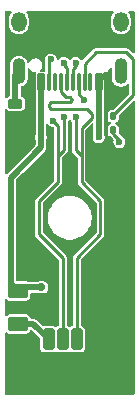
<source format=gtl>
G04 #@! TF.GenerationSoftware,KiCad,Pcbnew,9.0.1*
G04 #@! TF.CreationDate,2025-10-23T20:38:35-06:00*
G04 #@! TF.ProjectId,usbport,75736270-6f72-4742-9e6b-696361645f70,rev?*
G04 #@! TF.SameCoordinates,Original*
G04 #@! TF.FileFunction,Copper,L1,Top*
G04 #@! TF.FilePolarity,Positive*
%FSLAX46Y46*%
G04 Gerber Fmt 4.6, Leading zero omitted, Abs format (unit mm)*
G04 Created by KiCad (PCBNEW 9.0.1) date 2025-10-23 20:38:35*
%MOMM*%
%LPD*%
G01*
G04 APERTURE LIST*
G04 Aperture macros list*
%AMRoundRect*
0 Rectangle with rounded corners*
0 $1 Rounding radius*
0 $2 $3 $4 $5 $6 $7 $8 $9 X,Y pos of 4 corners*
0 Add a 4 corners polygon primitive as box body*
4,1,4,$2,$3,$4,$5,$6,$7,$8,$9,$2,$3,0*
0 Add four circle primitives for the rounded corners*
1,1,$1+$1,$2,$3*
1,1,$1+$1,$4,$5*
1,1,$1+$1,$6,$7*
1,1,$1+$1,$8,$9*
0 Add four rect primitives between the rounded corners*
20,1,$1+$1,$2,$3,$4,$5,0*
20,1,$1+$1,$4,$5,$6,$7,0*
20,1,$1+$1,$6,$7,$8,$9,0*
20,1,$1+$1,$8,$9,$2,$3,0*%
G04 Aperture macros list end*
G04 #@! TA.AperFunction,SMDPad,CuDef*
%ADD10RoundRect,0.166667X-0.333333X-0.733333X0.333333X-0.733333X0.333333X0.733333X-0.333333X0.733333X0*%
G04 #@! TD*
G04 #@! TA.AperFunction,ComponentPad*
%ADD11C,0.600000*%
G04 #@! TD*
G04 #@! TA.AperFunction,SMDPad,CuDef*
%ADD12RoundRect,0.100000X-0.625000X-0.900000X0.625000X-0.900000X0.625000X0.900000X-0.625000X0.900000X0*%
G04 #@! TD*
G04 #@! TA.AperFunction,SMDPad,CuDef*
%ADD13RoundRect,0.250000X-0.625000X0.375000X-0.625000X-0.375000X0.625000X-0.375000X0.625000X0.375000X0*%
G04 #@! TD*
G04 #@! TA.AperFunction,SMDPad,CuDef*
%ADD14RoundRect,0.135000X0.135000X0.185000X-0.135000X0.185000X-0.135000X-0.185000X0.135000X-0.185000X0*%
G04 #@! TD*
G04 #@! TA.AperFunction,SMDPad,CuDef*
%ADD15RoundRect,0.150000X0.200000X-0.150000X0.200000X0.150000X-0.200000X0.150000X-0.200000X-0.150000X0*%
G04 #@! TD*
G04 #@! TA.AperFunction,SMDPad,CuDef*
%ADD16RoundRect,0.135000X-0.135000X-0.185000X0.135000X-0.185000X0.135000X0.185000X-0.135000X0.185000X0*%
G04 #@! TD*
G04 #@! TA.AperFunction,SMDPad,CuDef*
%ADD17RoundRect,0.218750X-0.381250X0.218750X-0.381250X-0.218750X0.381250X-0.218750X0.381250X0.218750X0*%
G04 #@! TD*
G04 #@! TA.AperFunction,SMDPad,CuDef*
%ADD18RoundRect,0.125000X-0.000010X-0.150000X0.000010X-0.150000X0.000010X0.150000X-0.000010X0.150000X0*%
G04 #@! TD*
G04 #@! TA.AperFunction,SMDPad,CuDef*
%ADD19R,0.250000X0.550000*%
G04 #@! TD*
G04 #@! TA.AperFunction,SMDPad,CuDef*
%ADD20R,0.300000X0.550000*%
G04 #@! TD*
G04 #@! TA.AperFunction,SMDPad,CuDef*
%ADD21RoundRect,0.060000X0.240000X0.665000X-0.240000X0.665000X-0.240000X-0.665000X0.240000X-0.665000X0*%
G04 #@! TD*
G04 #@! TA.AperFunction,SMDPad,CuDef*
%ADD22RoundRect,0.060000X0.090000X0.665000X-0.090000X0.665000X-0.090000X-0.665000X0.090000X-0.665000X0*%
G04 #@! TD*
G04 #@! TA.AperFunction,ComponentPad*
%ADD23O,1.100000X2.200000*%
G04 #@! TD*
G04 #@! TA.AperFunction,ComponentPad*
%ADD24O,1.300000X1.700000*%
G04 #@! TD*
G04 #@! TA.AperFunction,ViaPad*
%ADD25C,0.600000*%
G04 #@! TD*
G04 #@! TA.AperFunction,Conductor*
%ADD26C,0.250000*%
G04 #@! TD*
G04 #@! TA.AperFunction,Conductor*
%ADD27C,0.500000*%
G04 #@! TD*
G04 APERTURE END LIST*
D10*
X90200000Y-101300000D03*
X91400000Y-101300000D03*
X92600000Y-101300000D03*
X93800000Y-101300000D03*
D11*
X89000000Y-104300000D03*
D12*
X89425000Y-105000000D03*
D11*
X89800000Y-104300000D03*
X89800000Y-105000000D03*
X89800000Y-105700000D03*
X94200000Y-104300000D03*
X94200000Y-105000000D03*
X94200000Y-105700000D03*
D12*
X94575000Y-105000000D03*
D11*
X94950000Y-104300000D03*
D13*
X87600000Y-97200000D03*
X87600000Y-100000000D03*
D14*
X96710000Y-82400000D03*
X95690000Y-82400000D03*
D15*
X89600000Y-96900000D03*
X89600000Y-98300000D03*
D16*
X95690000Y-83600000D03*
X96710000Y-83600000D03*
D17*
X87400000Y-81337500D03*
X87400000Y-83462500D03*
D18*
X91000000Y-84585000D03*
D19*
X91500000Y-84585000D03*
D20*
X92000000Y-84585000D03*
D19*
X92500000Y-84585000D03*
X93000000Y-84585000D03*
X93000000Y-83815000D03*
X92500000Y-83815000D03*
D20*
X92000000Y-83815000D03*
D19*
X91500000Y-83815000D03*
X91000000Y-83815000D03*
D21*
X95225000Y-79532500D03*
X94450000Y-79532500D03*
D22*
X93250000Y-79532500D03*
X92250000Y-79532500D03*
X91750000Y-79532500D03*
X90750000Y-79532500D03*
D21*
X88775000Y-79532500D03*
X89550000Y-79532500D03*
D22*
X90250000Y-79532500D03*
X91250000Y-79532500D03*
X92750000Y-79532500D03*
X93750000Y-79532500D03*
D23*
X96320000Y-78617500D03*
D24*
X96320000Y-74437500D03*
D23*
X87680000Y-78617500D03*
D24*
X87680000Y-74437500D03*
D25*
X92000000Y-74600000D03*
X92000000Y-85800000D03*
X90400000Y-99400000D03*
X95200000Y-81000000D03*
X89600000Y-86800000D03*
X94400000Y-86800000D03*
X88800000Y-81000000D03*
X87400000Y-84800000D03*
X90600000Y-82800000D03*
X91500000Y-82500000D03*
X93200000Y-81000000D03*
X91500000Y-77900000D03*
X92500000Y-82500000D03*
X92500000Y-77900000D03*
X89550000Y-84200000D03*
X94450000Y-84200000D03*
X96200000Y-84600000D03*
X90400000Y-77600000D03*
D26*
X90400000Y-81200000D02*
X92000000Y-81200000D01*
X90200000Y-81400000D02*
X90400000Y-81200000D01*
X92000000Y-81200000D02*
X92200000Y-81000000D01*
X90200000Y-81600000D02*
X90200000Y-81400000D01*
X93000000Y-83815000D02*
X93000000Y-83400000D01*
X90400000Y-81800000D02*
X90200000Y-81600000D01*
X92200000Y-81000000D02*
X92000000Y-80800000D01*
X93874000Y-82203168D02*
X93470832Y-81800000D01*
X93470832Y-81800000D02*
X90400000Y-81800000D01*
X93874000Y-82526000D02*
X93874000Y-82203168D01*
X91666952Y-80800000D02*
X91226000Y-80359048D01*
X93000000Y-83400000D02*
X93874000Y-82526000D01*
X92000000Y-80800000D02*
X91666952Y-80800000D01*
X91226000Y-80359048D02*
X91226000Y-80174000D01*
X91226000Y-80174000D02*
X91250000Y-80150000D01*
X91250000Y-80150000D02*
X91250000Y-79532500D01*
D27*
X88900000Y-100000000D02*
X90200000Y-101300000D01*
X87600000Y-100000000D02*
X88900000Y-100000000D01*
D26*
X92000000Y-84585000D02*
X92000000Y-85800000D01*
X92000000Y-83815000D02*
X92000000Y-84585000D01*
X91400000Y-94400000D02*
X91400000Y-101300000D01*
X93200000Y-81000000D02*
X92750000Y-80550000D01*
X91000000Y-83200000D02*
X91000000Y-83815000D01*
X92750000Y-80550000D02*
X92750000Y-79532500D01*
X91500000Y-85300000D02*
X91500000Y-84200000D01*
X91750000Y-78325000D02*
X91750000Y-79532500D01*
X89400000Y-92400000D02*
X91400000Y-94400000D01*
X91000000Y-83815000D02*
X91000000Y-85800000D01*
X91000000Y-85800000D02*
X91000000Y-88000000D01*
X90600000Y-82800000D02*
X91000000Y-83200000D01*
X91000000Y-85800000D02*
X91500000Y-85300000D01*
X91500000Y-78075000D02*
X91750000Y-78325000D01*
X91500000Y-83815000D02*
X91500000Y-84200000D01*
X91500000Y-83815000D02*
X91500000Y-82500000D01*
X91000000Y-88000000D02*
X89400000Y-89600000D01*
X89400000Y-89600000D02*
X89400000Y-92400000D01*
X91000000Y-83815000D02*
X91000000Y-84585000D01*
X91500000Y-77900000D02*
X91500000Y-78075000D01*
X91500000Y-84200000D02*
X91500000Y-84585000D01*
X92500000Y-83815000D02*
X92500000Y-84585000D01*
X93000000Y-85800000D02*
X93000000Y-88000000D01*
X92500000Y-77900000D02*
X92500000Y-78125003D01*
X93000000Y-83815000D02*
X93000000Y-85800000D01*
X93000000Y-85800000D02*
X92500000Y-85300000D01*
X94600000Y-92400000D02*
X92600000Y-94400000D01*
X94600000Y-89600000D02*
X94600000Y-92400000D01*
X93000000Y-83815000D02*
X93000000Y-84585000D01*
X92600000Y-94400000D02*
X92600000Y-101300000D01*
X92500000Y-83815000D02*
X92500000Y-82500000D01*
X92250000Y-78375003D02*
X92250000Y-79532500D01*
X93000000Y-88000000D02*
X94600000Y-89600000D01*
X92500000Y-78125003D02*
X92250000Y-78375003D01*
X92500000Y-85300000D02*
X92500000Y-84585000D01*
D27*
X89550000Y-84200000D02*
X89550000Y-85050000D01*
X87000000Y-87600000D02*
X87000000Y-96600000D01*
X87900000Y-96900000D02*
X87600000Y-97200000D01*
X94450000Y-84200000D02*
X94450000Y-79532500D01*
X87000000Y-96600000D02*
X87600000Y-97200000D01*
X89550000Y-85050000D02*
X87000000Y-87600000D01*
X89600000Y-96900000D02*
X87900000Y-96900000D01*
X89550000Y-79532500D02*
X89550000Y-84200000D01*
X87400000Y-81337500D02*
X87400000Y-78897500D01*
X87400000Y-78897500D02*
X87680000Y-78617500D01*
D26*
X97374000Y-80626000D02*
X95690000Y-82310000D01*
X95690000Y-82310000D02*
X95690000Y-82400000D01*
X93250000Y-77950000D02*
X94200000Y-77000000D01*
X94200000Y-77000000D02*
X96800000Y-77000000D01*
X93250000Y-79532500D02*
X93250000Y-77950000D01*
X97374000Y-77574000D02*
X97374000Y-80626000D01*
X96800000Y-77000000D02*
X97374000Y-77574000D01*
X96200000Y-84400000D02*
X95690000Y-83890000D01*
X90250000Y-79532500D02*
X90250000Y-77750000D01*
X95690000Y-83890000D02*
X95690000Y-83600000D01*
X90250000Y-77750000D02*
X90400000Y-77600000D01*
X96200000Y-84600000D02*
X96200000Y-84400000D01*
G04 #@! TA.AperFunction,Conductor*
G36*
X95544071Y-78364801D02*
G01*
X95568958Y-78420697D01*
X95569500Y-78431045D01*
X95569500Y-79241418D01*
X95598342Y-79386414D01*
X95634287Y-79473192D01*
X95654916Y-79522995D01*
X95737049Y-79645916D01*
X95841584Y-79750451D01*
X95964505Y-79832584D01*
X96101087Y-79889158D01*
X96246082Y-79918000D01*
X96246083Y-79918000D01*
X96393917Y-79918000D01*
X96393918Y-79918000D01*
X96538913Y-79889158D01*
X96675495Y-79832584D01*
X96798416Y-79750451D01*
X96879498Y-79669368D01*
X96934013Y-79641593D01*
X96994445Y-79651164D01*
X97037710Y-79694429D01*
X97048500Y-79739374D01*
X97048500Y-80450165D01*
X97029593Y-80508356D01*
X97019504Y-80520169D01*
X95689169Y-81850504D01*
X95634652Y-81878281D01*
X95619165Y-81879500D01*
X95515684Y-81879500D01*
X95499398Y-81881644D01*
X95466825Y-81885932D01*
X95466824Y-81885932D01*
X95359598Y-81935933D01*
X95275933Y-82019598D01*
X95225932Y-82126824D01*
X95225932Y-82126825D01*
X95219500Y-82175685D01*
X95219500Y-82624314D01*
X95225932Y-82673174D01*
X95225932Y-82673175D01*
X95275933Y-82780401D01*
X95275934Y-82780402D01*
X95275935Y-82780404D01*
X95359596Y-82864065D01*
X95359597Y-82864065D01*
X95359598Y-82864066D01*
X95458694Y-82910276D01*
X95503442Y-82952004D01*
X95515117Y-83012065D01*
X95489259Y-83067518D01*
X95458694Y-83089724D01*
X95359598Y-83135933D01*
X95275933Y-83219598D01*
X95225932Y-83326824D01*
X95225932Y-83326825D01*
X95219500Y-83375685D01*
X95219500Y-83824314D01*
X95225932Y-83873174D01*
X95225932Y-83873175D01*
X95275933Y-83980401D01*
X95275934Y-83980402D01*
X95275935Y-83980404D01*
X95359596Y-84064065D01*
X95426487Y-84095257D01*
X95454648Y-84114975D01*
X95695913Y-84356240D01*
X95723690Y-84410757D01*
X95721536Y-84451866D01*
X95699500Y-84534108D01*
X95699500Y-84665892D01*
X95708773Y-84700500D01*
X95733609Y-84793190D01*
X95799496Y-84907309D01*
X95799498Y-84907311D01*
X95799500Y-84907314D01*
X95892686Y-85000500D01*
X95892688Y-85000501D01*
X95892690Y-85000503D01*
X96006810Y-85066390D01*
X96006808Y-85066390D01*
X96006812Y-85066391D01*
X96006814Y-85066392D01*
X96134108Y-85100500D01*
X96134110Y-85100500D01*
X96265890Y-85100500D01*
X96265892Y-85100500D01*
X96393186Y-85066392D01*
X96393188Y-85066390D01*
X96393190Y-85066390D01*
X96507309Y-85000503D01*
X96507309Y-85000502D01*
X96507314Y-85000500D01*
X96600500Y-84907314D01*
X96609115Y-84892392D01*
X96666390Y-84793190D01*
X96666390Y-84793188D01*
X96666392Y-84793186D01*
X96700500Y-84665892D01*
X96700500Y-84534108D01*
X96666392Y-84406814D01*
X96666390Y-84406811D01*
X96666390Y-84406809D01*
X96600503Y-84292690D01*
X96600501Y-84292688D01*
X96600500Y-84292686D01*
X96507314Y-84199500D01*
X96406244Y-84141147D01*
X96385744Y-84125417D01*
X96186196Y-83925869D01*
X96158419Y-83871352D01*
X96158047Y-83842948D01*
X96160500Y-83824316D01*
X96160500Y-83375684D01*
X96154068Y-83326827D01*
X96141791Y-83300500D01*
X96104066Y-83219598D01*
X96104065Y-83219597D01*
X96104065Y-83219596D01*
X96020404Y-83135935D01*
X95921302Y-83089723D01*
X95876557Y-83047996D01*
X95864882Y-82987935D01*
X95890740Y-82932482D01*
X95921301Y-82910277D01*
X96020404Y-82864065D01*
X96104065Y-82780404D01*
X96154068Y-82673173D01*
X96160500Y-82624316D01*
X96160500Y-82340834D01*
X96179407Y-82282643D01*
X96189496Y-82270830D01*
X97330496Y-81129830D01*
X97385013Y-81102053D01*
X97445445Y-81111624D01*
X97488710Y-81154889D01*
X97499500Y-81199834D01*
X97499500Y-105900500D01*
X97480593Y-105958691D01*
X97431093Y-105994655D01*
X97400500Y-105999500D01*
X86599500Y-105999500D01*
X86541309Y-105980593D01*
X86505345Y-105931093D01*
X86500500Y-105900500D01*
X86500500Y-100780818D01*
X86519407Y-100722627D01*
X86568907Y-100686663D01*
X86630093Y-100686663D01*
X86658283Y-100701160D01*
X86762118Y-100777793D01*
X86890301Y-100822646D01*
X86920725Y-100825499D01*
X86920727Y-100825500D01*
X86920734Y-100825500D01*
X88279273Y-100825500D01*
X88279273Y-100825499D01*
X88309699Y-100822646D01*
X88437882Y-100777793D01*
X88547150Y-100697150D01*
X88627793Y-100587882D01*
X88633555Y-100571413D01*
X88670616Y-100522734D01*
X88729216Y-100505135D01*
X88786969Y-100525340D01*
X88797003Y-100534106D01*
X89470504Y-101207607D01*
X89498281Y-101262124D01*
X89499500Y-101277611D01*
X89499500Y-102068180D01*
X89509898Y-102139548D01*
X89563717Y-102249635D01*
X89650365Y-102336283D01*
X89760452Y-102390102D01*
X89831820Y-102400500D01*
X89831823Y-102400500D01*
X90568176Y-102400500D01*
X90568180Y-102400500D01*
X90639548Y-102390102D01*
X90645314Y-102387282D01*
X90756519Y-102332918D01*
X90817101Y-102324346D01*
X90843481Y-102332918D01*
X90960450Y-102390101D01*
X90960452Y-102390102D01*
X91031820Y-102400500D01*
X91031823Y-102400500D01*
X91768176Y-102400500D01*
X91768180Y-102400500D01*
X91839548Y-102390102D01*
X91845314Y-102387282D01*
X91956519Y-102332918D01*
X92017101Y-102324346D01*
X92043481Y-102332918D01*
X92160450Y-102390101D01*
X92160452Y-102390102D01*
X92231820Y-102400500D01*
X92231823Y-102400500D01*
X92968176Y-102400500D01*
X92968180Y-102400500D01*
X93039548Y-102390102D01*
X93149635Y-102336283D01*
X93236283Y-102249635D01*
X93290102Y-102139548D01*
X93300500Y-102068180D01*
X93300500Y-100531820D01*
X93290102Y-100460452D01*
X93236283Y-100350365D01*
X93149635Y-100263717D01*
X93039548Y-100209898D01*
X93010225Y-100205625D01*
X92955369Y-100178526D01*
X92926918Y-100124357D01*
X92925500Y-100107660D01*
X92925500Y-94575834D01*
X92944407Y-94517643D01*
X92954490Y-94505836D01*
X94860465Y-92599862D01*
X94903318Y-92525639D01*
X94925500Y-92442853D01*
X94925500Y-92357147D01*
X94925500Y-89650840D01*
X94925501Y-89650827D01*
X94925501Y-89557149D01*
X94925501Y-89557147D01*
X94903318Y-89474361D01*
X94893909Y-89458064D01*
X94886118Y-89444570D01*
X94886116Y-89444567D01*
X94881891Y-89437250D01*
X94860465Y-89400138D01*
X94799862Y-89339535D01*
X94799859Y-89339533D01*
X93354496Y-87894169D01*
X93326719Y-87839652D01*
X93325500Y-87824165D01*
X93325500Y-83575834D01*
X93344407Y-83517643D01*
X93354496Y-83505830D01*
X93830496Y-83029830D01*
X93885013Y-83002053D01*
X93945445Y-83011624D01*
X93988710Y-83054889D01*
X93999500Y-83099834D01*
X93999500Y-83952761D01*
X93986238Y-84002259D01*
X93983608Y-84006813D01*
X93983608Y-84006814D01*
X93949500Y-84134108D01*
X93949500Y-84265892D01*
X93979579Y-84378151D01*
X93983609Y-84393190D01*
X94049496Y-84507309D01*
X94049498Y-84507311D01*
X94049500Y-84507314D01*
X94142686Y-84600500D01*
X94142688Y-84600501D01*
X94142690Y-84600503D01*
X94256810Y-84666390D01*
X94256808Y-84666390D01*
X94256812Y-84666391D01*
X94256814Y-84666392D01*
X94384108Y-84700500D01*
X94384110Y-84700500D01*
X94515890Y-84700500D01*
X94515892Y-84700500D01*
X94643186Y-84666392D01*
X94643188Y-84666390D01*
X94643190Y-84666390D01*
X94757309Y-84600503D01*
X94757309Y-84600502D01*
X94757314Y-84600500D01*
X94850500Y-84507314D01*
X94885185Y-84447238D01*
X94916390Y-84393190D01*
X94916390Y-84393188D01*
X94916392Y-84393186D01*
X94950500Y-84265892D01*
X94950500Y-84134108D01*
X94916392Y-84006814D01*
X94913761Y-84002258D01*
X94900500Y-83952761D01*
X94900500Y-79473192D01*
X94877248Y-79386414D01*
X94869799Y-79358614D01*
X94863763Y-79348159D01*
X94850500Y-79298660D01*
X94850500Y-78851695D01*
X94850499Y-78851685D01*
X94841187Y-78804875D01*
X94839120Y-78799885D01*
X94834320Y-78738888D01*
X94866289Y-78686719D01*
X94922818Y-78663305D01*
X94930584Y-78663000D01*
X94965764Y-78663000D01*
X94965766Y-78663000D01*
X95112135Y-78623781D01*
X95112137Y-78623779D01*
X95112139Y-78623779D01*
X95243360Y-78548018D01*
X95243360Y-78548017D01*
X95243365Y-78548015D01*
X95350515Y-78440865D01*
X95384764Y-78381543D01*
X95430233Y-78340604D01*
X95491083Y-78334208D01*
X95544071Y-78364801D01*
G37*
G04 #@! TD.AperFunction*
G04 #@! TA.AperFunction,Conductor*
G36*
X90179593Y-83073918D02*
G01*
X90185232Y-83082602D01*
X90199500Y-83107314D01*
X90292686Y-83200500D01*
X90292688Y-83200501D01*
X90292690Y-83200503D01*
X90406810Y-83266390D01*
X90406808Y-83266390D01*
X90406812Y-83266391D01*
X90406814Y-83266392D01*
X90534108Y-83300500D01*
X90575500Y-83300500D01*
X90633691Y-83319407D01*
X90669655Y-83368907D01*
X90674500Y-83399500D01*
X90674500Y-87824165D01*
X90655593Y-87882356D01*
X90645504Y-87894169D01*
X89139531Y-89400142D01*
X89096682Y-89474360D01*
X89096681Y-89474360D01*
X89096682Y-89474361D01*
X89096682Y-89474362D01*
X89074500Y-89557147D01*
X89074500Y-92357147D01*
X89074500Y-92442853D01*
X89094062Y-92515863D01*
X89096683Y-92525643D01*
X89139531Y-92599857D01*
X89139533Y-92599859D01*
X89139535Y-92599862D01*
X91045505Y-94505832D01*
X91073281Y-94560347D01*
X91074500Y-94575834D01*
X91074500Y-100107660D01*
X91055593Y-100165851D01*
X91012394Y-100199528D01*
X91001443Y-100203925D01*
X90960452Y-100209898D01*
X90850365Y-100263717D01*
X90848891Y-100265190D01*
X90836894Y-100270009D01*
X90809800Y-100271846D01*
X90782898Y-100275653D01*
X90777853Y-100274014D01*
X90775849Y-100274150D01*
X90773248Y-100272517D01*
X90756520Y-100267082D01*
X90639548Y-100209898D01*
X90568180Y-100199500D01*
X89831820Y-100199500D01*
X89797864Y-100204447D01*
X89737555Y-100194126D01*
X89713588Y-100176485D01*
X89644763Y-100107660D01*
X89176614Y-99639511D01*
X89176611Y-99639509D01*
X89176610Y-99639508D01*
X89176609Y-99639507D01*
X89073890Y-99580202D01*
X89073886Y-99580200D01*
X89049673Y-99573712D01*
X89049673Y-99573713D01*
X88959309Y-99549500D01*
X88959307Y-99549500D01*
X88746109Y-99549500D01*
X88687918Y-99530593D01*
X88652665Y-99483198D01*
X88627792Y-99412116D01*
X88547154Y-99302855D01*
X88547152Y-99302853D01*
X88547150Y-99302850D01*
X88547146Y-99302847D01*
X88547144Y-99302845D01*
X88437883Y-99222207D01*
X88309703Y-99177355D01*
X88309694Y-99177353D01*
X88279274Y-99174500D01*
X88279266Y-99174500D01*
X86920734Y-99174500D01*
X86920725Y-99174500D01*
X86890305Y-99177353D01*
X86890296Y-99177355D01*
X86762116Y-99222207D01*
X86658288Y-99298836D01*
X86600240Y-99318178D01*
X86541910Y-99299707D01*
X86505577Y-99250477D01*
X86500500Y-99219181D01*
X86500500Y-97980818D01*
X86519407Y-97922627D01*
X86568907Y-97886663D01*
X86630093Y-97886663D01*
X86658283Y-97901160D01*
X86762118Y-97977793D01*
X86890301Y-98022646D01*
X86920725Y-98025499D01*
X86920727Y-98025500D01*
X86920734Y-98025500D01*
X88279273Y-98025500D01*
X88279273Y-98025499D01*
X88309699Y-98022646D01*
X88437882Y-97977793D01*
X88547150Y-97897150D01*
X88627793Y-97787882D01*
X88672646Y-97659699D01*
X88675499Y-97629273D01*
X88675500Y-97629273D01*
X88675500Y-97449500D01*
X88694407Y-97391309D01*
X88743907Y-97355345D01*
X88774500Y-97350500D01*
X89193732Y-97350500D01*
X89237212Y-97360559D01*
X89298607Y-97390573D01*
X89366740Y-97400500D01*
X89366743Y-97400500D01*
X89833257Y-97400500D01*
X89833260Y-97400500D01*
X89901393Y-97390573D01*
X90006483Y-97339198D01*
X90089198Y-97256483D01*
X90140573Y-97151393D01*
X90150500Y-97083260D01*
X90150500Y-96716740D01*
X90140573Y-96648607D01*
X90089198Y-96543517D01*
X90006483Y-96460802D01*
X90006481Y-96460801D01*
X89901395Y-96409427D01*
X89874139Y-96405456D01*
X89833260Y-96399500D01*
X89366740Y-96399500D01*
X89298607Y-96409427D01*
X89237212Y-96439441D01*
X89193732Y-96449500D01*
X88507440Y-96449500D01*
X88449249Y-96430593D01*
X88448652Y-96430155D01*
X88437883Y-96422207D01*
X88309703Y-96377355D01*
X88309694Y-96377353D01*
X88279274Y-96374500D01*
X88279266Y-96374500D01*
X87549500Y-96374500D01*
X87491309Y-96355593D01*
X87455345Y-96306093D01*
X87450500Y-96275500D01*
X87450500Y-87827611D01*
X87469407Y-87769420D01*
X87479496Y-87757607D01*
X88013714Y-87223389D01*
X89910490Y-85326614D01*
X89969799Y-85223886D01*
X89983069Y-85174361D01*
X90000500Y-85109309D01*
X90000500Y-84447238D01*
X90013765Y-84397735D01*
X90016392Y-84393186D01*
X90050500Y-84265892D01*
X90050500Y-84134108D01*
X90016392Y-84006814D01*
X90013761Y-84002258D01*
X90000500Y-83952761D01*
X90000500Y-83132109D01*
X90019407Y-83073918D01*
X90068907Y-83037954D01*
X90130093Y-83037954D01*
X90179593Y-83073918D01*
G37*
G04 #@! TD.AperFunction*
G04 #@! TA.AperFunction,Conductor*
G36*
X92022237Y-82737093D02*
G01*
X92024144Y-82736964D01*
X92048582Y-82752303D01*
X92073571Y-82766731D01*
X92075251Y-82769043D01*
X92075966Y-82769492D01*
X92081457Y-82776062D01*
X92099500Y-82807314D01*
X92148628Y-82856442D01*
X92151466Y-82859838D01*
X92161300Y-82884320D01*
X92173281Y-82907834D01*
X92172564Y-82912360D01*
X92174273Y-82916614D01*
X92174500Y-82923321D01*
X92174500Y-83520252D01*
X92174500Y-83772147D01*
X92174500Y-84290252D01*
X92174500Y-84542147D01*
X92174500Y-85257147D01*
X92174500Y-85342853D01*
X92194062Y-85415863D01*
X92196683Y-85425643D01*
X92239531Y-85499857D01*
X92239535Y-85499862D01*
X92645503Y-85905829D01*
X92673281Y-85960346D01*
X92674500Y-85975832D01*
X92674500Y-87957147D01*
X92674500Y-88042853D01*
X92694062Y-88115863D01*
X92696683Y-88125643D01*
X92739531Y-88199857D01*
X92739533Y-88199859D01*
X92739535Y-88199862D01*
X93689174Y-89149500D01*
X94245504Y-89705830D01*
X94273281Y-89760347D01*
X94274500Y-89775834D01*
X94274500Y-92224165D01*
X94255593Y-92282356D01*
X94245504Y-92294169D01*
X92339531Y-94200142D01*
X92296682Y-94274360D01*
X92296681Y-94274360D01*
X92296682Y-94274361D01*
X92274500Y-94357147D01*
X92274500Y-100107660D01*
X92255593Y-100165851D01*
X92212394Y-100199528D01*
X92201443Y-100203925D01*
X92160452Y-100209898D01*
X92050365Y-100263717D01*
X92048891Y-100265190D01*
X92036894Y-100270009D01*
X92009800Y-100271846D01*
X91982898Y-100275653D01*
X91977853Y-100274014D01*
X91975849Y-100274150D01*
X91973248Y-100272517D01*
X91956520Y-100267082D01*
X91839548Y-100209898D01*
X91810225Y-100205625D01*
X91755369Y-100178526D01*
X91726918Y-100124357D01*
X91725500Y-100107660D01*
X91725500Y-94357148D01*
X91725500Y-94357147D01*
X91703318Y-94274362D01*
X91703318Y-94274361D01*
X91703318Y-94274360D01*
X91660468Y-94200142D01*
X91660467Y-94200141D01*
X91660466Y-94200140D01*
X91660465Y-94200138D01*
X89754496Y-92294169D01*
X89726719Y-92239652D01*
X89725500Y-92224165D01*
X89725500Y-90878710D01*
X90149500Y-90878710D01*
X90149500Y-91121289D01*
X90181161Y-91361781D01*
X90181161Y-91361786D01*
X90243944Y-91596092D01*
X90243948Y-91596105D01*
X90336772Y-91820204D01*
X90336774Y-91820208D01*
X90336776Y-91820212D01*
X90458064Y-92030289D01*
X90458066Y-92030292D01*
X90605729Y-92222731D01*
X90605731Y-92222733D01*
X90605735Y-92222738D01*
X90777262Y-92394265D01*
X90777266Y-92394268D01*
X90777268Y-92394270D01*
X90969707Y-92541933D01*
X90969711Y-92541936D01*
X91179788Y-92663224D01*
X91403900Y-92756054D01*
X91638211Y-92818838D01*
X91878712Y-92850500D01*
X91878713Y-92850500D01*
X92121287Y-92850500D01*
X92121288Y-92850500D01*
X92361789Y-92818838D01*
X92596100Y-92756054D01*
X92820212Y-92663224D01*
X93030289Y-92541936D01*
X93222738Y-92394265D01*
X93394265Y-92222738D01*
X93541936Y-92030289D01*
X93663224Y-91820212D01*
X93756054Y-91596100D01*
X93818838Y-91361789D01*
X93850500Y-91121288D01*
X93850500Y-90878712D01*
X93818838Y-90638211D01*
X93756054Y-90403900D01*
X93663224Y-90179788D01*
X93541936Y-89969711D01*
X93394265Y-89777262D01*
X93222738Y-89605735D01*
X93222733Y-89605731D01*
X93222731Y-89605729D01*
X93030292Y-89458066D01*
X93030289Y-89458064D01*
X92820212Y-89336776D01*
X92820208Y-89336774D01*
X92820204Y-89336772D01*
X92596105Y-89243948D01*
X92596104Y-89243947D01*
X92596100Y-89243946D01*
X92361789Y-89181162D01*
X92361786Y-89181161D01*
X92361784Y-89181161D01*
X92121289Y-89149500D01*
X92121288Y-89149500D01*
X91878712Y-89149500D01*
X91878710Y-89149500D01*
X91638218Y-89181161D01*
X91638213Y-89181161D01*
X91403907Y-89243944D01*
X91403894Y-89243948D01*
X91179795Y-89336772D01*
X90969707Y-89458066D01*
X90777268Y-89605729D01*
X90605729Y-89777268D01*
X90458066Y-89969707D01*
X90336772Y-90179795D01*
X90243948Y-90403894D01*
X90243944Y-90403907D01*
X90181161Y-90638213D01*
X90181161Y-90638218D01*
X90149500Y-90878710D01*
X89725500Y-90878710D01*
X89725500Y-89775833D01*
X89744407Y-89717642D01*
X89754490Y-89705835D01*
X91199859Y-88260466D01*
X91199862Y-88260465D01*
X91260465Y-88199862D01*
X91281891Y-88162750D01*
X91286211Y-88155266D01*
X91286214Y-88155264D01*
X91295193Y-88139710D01*
X91303318Y-88125639D01*
X91325501Y-88042853D01*
X91325501Y-87957147D01*
X91325501Y-87951085D01*
X91325500Y-87951067D01*
X91325500Y-85975832D01*
X91344407Y-85917641D01*
X91354490Y-85905835D01*
X91699859Y-85560466D01*
X91699862Y-85560465D01*
X91760465Y-85499862D01*
X91781891Y-85462750D01*
X91803318Y-85425639D01*
X91825500Y-85342853D01*
X91825500Y-85257147D01*
X91825500Y-84157147D01*
X91825500Y-83772147D01*
X91825500Y-83520252D01*
X91825500Y-82923321D01*
X91844407Y-82865130D01*
X91854490Y-82853323D01*
X91900500Y-82807314D01*
X91914264Y-82783474D01*
X91915683Y-82782196D01*
X91916149Y-82780344D01*
X91938288Y-82761842D01*
X91959733Y-82742534D01*
X91961632Y-82742334D01*
X91963099Y-82741109D01*
X91991886Y-82739154D01*
X92020583Y-82736138D01*
X92022237Y-82737093D01*
G37*
G04 #@! TD.AperFunction*
G04 #@! TA.AperFunction,Conductor*
G36*
X88609593Y-78372854D02*
G01*
X88615231Y-78381537D01*
X88649485Y-78440865D01*
X88756635Y-78548015D01*
X88756637Y-78548016D01*
X88756639Y-78548018D01*
X88887861Y-78623779D01*
X88887859Y-78623779D01*
X88887863Y-78623780D01*
X88887865Y-78623781D01*
X89034234Y-78663000D01*
X89034236Y-78663000D01*
X89069416Y-78663000D01*
X89127607Y-78681907D01*
X89163571Y-78731407D01*
X89163571Y-78792593D01*
X89160880Y-78799885D01*
X89158812Y-78804875D01*
X89149500Y-78851685D01*
X89149500Y-79298660D01*
X89136237Y-79348159D01*
X89130201Y-79358612D01*
X89099500Y-79473192D01*
X89099500Y-83952761D01*
X89086238Y-84002259D01*
X89083608Y-84006813D01*
X89083608Y-84006814D01*
X89049500Y-84134108D01*
X89049500Y-84265892D01*
X89083608Y-84393186D01*
X89086234Y-84397735D01*
X89099500Y-84447238D01*
X89099500Y-84822388D01*
X89080593Y-84880579D01*
X89070504Y-84892392D01*
X86669504Y-87293393D01*
X86614987Y-87321170D01*
X86554555Y-87311599D01*
X86511290Y-87268334D01*
X86500500Y-87223389D01*
X86500500Y-81869792D01*
X86519407Y-81811601D01*
X86568907Y-81775637D01*
X86630093Y-81775637D01*
X86667360Y-81802713D01*
X86669833Y-81800241D01*
X86675340Y-81805748D01*
X86675342Y-81805751D01*
X86769249Y-81899658D01*
X86887580Y-81959951D01*
X86954130Y-81970491D01*
X86985751Y-81975500D01*
X86985754Y-81975500D01*
X87814249Y-81975500D01*
X87842803Y-81970976D01*
X87912420Y-81959951D01*
X88030751Y-81899658D01*
X88124658Y-81805751D01*
X88184951Y-81687420D01*
X88200500Y-81589246D01*
X88200500Y-81085754D01*
X88184951Y-80987580D01*
X88124658Y-80869249D01*
X88030751Y-80775342D01*
X87980744Y-80749862D01*
X87905477Y-80711511D01*
X87907005Y-80708511D01*
X87869402Y-80681185D01*
X87850500Y-80623002D01*
X87850500Y-79975360D01*
X87869407Y-79917169D01*
X87911613Y-79883897D01*
X88035495Y-79832584D01*
X88158416Y-79750451D01*
X88262951Y-79645916D01*
X88345084Y-79522995D01*
X88401658Y-79386413D01*
X88430500Y-79241418D01*
X88430500Y-78431045D01*
X88449407Y-78372854D01*
X88498907Y-78336890D01*
X88560093Y-78336890D01*
X88609593Y-78372854D01*
G37*
G04 #@! TD.AperFunction*
G04 #@! TA.AperFunction,Conductor*
G36*
X87033395Y-73519407D02*
G01*
X87069359Y-73568907D01*
X87069359Y-73630093D01*
X87045208Y-73669504D01*
X87019377Y-73695334D01*
X87019374Y-73695338D01*
X86926296Y-73834637D01*
X86862185Y-73989414D01*
X86862183Y-73989420D01*
X86829500Y-74153730D01*
X86829500Y-74721269D01*
X86862183Y-74885579D01*
X86862185Y-74885585D01*
X86926296Y-75040362D01*
X86926297Y-75040363D01*
X87019374Y-75179662D01*
X87137838Y-75298126D01*
X87277137Y-75391203D01*
X87431918Y-75455316D01*
X87596233Y-75488000D01*
X87596234Y-75488000D01*
X87763766Y-75488000D01*
X87763767Y-75488000D01*
X87928082Y-75455316D01*
X88082863Y-75391203D01*
X88222162Y-75298126D01*
X88340626Y-75179662D01*
X88433703Y-75040363D01*
X88497816Y-74885582D01*
X88530500Y-74721267D01*
X88530500Y-74153733D01*
X88497816Y-73989418D01*
X88433703Y-73834637D01*
X88340626Y-73695338D01*
X88314792Y-73669504D01*
X88287015Y-73614987D01*
X88296586Y-73554555D01*
X88339851Y-73511290D01*
X88384796Y-73500500D01*
X91934108Y-73500500D01*
X95615204Y-73500500D01*
X95673395Y-73519407D01*
X95709359Y-73568907D01*
X95709359Y-73630093D01*
X95685208Y-73669504D01*
X95659377Y-73695334D01*
X95659374Y-73695338D01*
X95566296Y-73834637D01*
X95502185Y-73989414D01*
X95502183Y-73989420D01*
X95469500Y-74153730D01*
X95469500Y-74721269D01*
X95502183Y-74885579D01*
X95502185Y-74885585D01*
X95566296Y-75040362D01*
X95566297Y-75040363D01*
X95659374Y-75179662D01*
X95777838Y-75298126D01*
X95917137Y-75391203D01*
X96071918Y-75455316D01*
X96236233Y-75488000D01*
X96236234Y-75488000D01*
X96403766Y-75488000D01*
X96403767Y-75488000D01*
X96568082Y-75455316D01*
X96722863Y-75391203D01*
X96862162Y-75298126D01*
X96980626Y-75179662D01*
X97073703Y-75040363D01*
X97137816Y-74885582D01*
X97170500Y-74721267D01*
X97170500Y-74153733D01*
X97137816Y-73989418D01*
X97073703Y-73834637D01*
X96980626Y-73695338D01*
X96954792Y-73669504D01*
X96927015Y-73614987D01*
X96936586Y-73554555D01*
X96979851Y-73511290D01*
X97024796Y-73500500D01*
X97400500Y-73500500D01*
X97458691Y-73519407D01*
X97494655Y-73568907D01*
X97499500Y-73599500D01*
X97499500Y-77000165D01*
X97480593Y-77058356D01*
X97431093Y-77094320D01*
X97369907Y-77094320D01*
X97330497Y-77070169D01*
X96999862Y-76739535D01*
X96999857Y-76739531D01*
X96925642Y-76696683D01*
X96925644Y-76696683D01*
X96893521Y-76688076D01*
X96842853Y-76674500D01*
X94242853Y-76674500D01*
X94157147Y-76674500D01*
X94106478Y-76688076D01*
X94074356Y-76696683D01*
X94000142Y-76739531D01*
X93081951Y-77657722D01*
X93027434Y-77685499D01*
X92967002Y-77675928D01*
X92926211Y-77637219D01*
X92900500Y-77592686D01*
X92807314Y-77499500D01*
X92807311Y-77499498D01*
X92807309Y-77499496D01*
X92693189Y-77433609D01*
X92693191Y-77433609D01*
X92631547Y-77417092D01*
X92565892Y-77399500D01*
X92434108Y-77399500D01*
X92368453Y-77417092D01*
X92306809Y-77433609D01*
X92192690Y-77499496D01*
X92099498Y-77592688D01*
X92085736Y-77616525D01*
X92040266Y-77657465D01*
X91979416Y-77663860D01*
X91926428Y-77633267D01*
X91914264Y-77616525D01*
X91900501Y-77592688D01*
X91900500Y-77592686D01*
X91807314Y-77499500D01*
X91807311Y-77499498D01*
X91807309Y-77499496D01*
X91693189Y-77433609D01*
X91693191Y-77433609D01*
X91631547Y-77417092D01*
X91565892Y-77399500D01*
X91434108Y-77399500D01*
X91368453Y-77417092D01*
X91306809Y-77433609D01*
X91192690Y-77499496D01*
X91099498Y-77592688D01*
X91085236Y-77617391D01*
X91039766Y-77658331D01*
X90978916Y-77664726D01*
X90925928Y-77634133D01*
X90901042Y-77578237D01*
X90900500Y-77567890D01*
X90900500Y-77534109D01*
X90894576Y-77512000D01*
X90866392Y-77406814D01*
X90866390Y-77406811D01*
X90866390Y-77406809D01*
X90800503Y-77292690D01*
X90800501Y-77292688D01*
X90800500Y-77292686D01*
X90707314Y-77199500D01*
X90707311Y-77199498D01*
X90707309Y-77199496D01*
X90593189Y-77133609D01*
X90593191Y-77133609D01*
X90543799Y-77120375D01*
X90465892Y-77099500D01*
X90334108Y-77099500D01*
X90256200Y-77120375D01*
X90206809Y-77133609D01*
X90092690Y-77199496D01*
X89999496Y-77292690D01*
X89933609Y-77406809D01*
X89926428Y-77433609D01*
X89899500Y-77534108D01*
X89899500Y-77665892D01*
X89904754Y-77685499D01*
X89921127Y-77746605D01*
X89924500Y-77772228D01*
X89924500Y-78609977D01*
X89905593Y-78668168D01*
X89856093Y-78704132D01*
X89810715Y-78706809D01*
X89810650Y-78707477D01*
X89806433Y-78707061D01*
X89806193Y-78707076D01*
X89805816Y-78707001D01*
X89805806Y-78707000D01*
X89543387Y-78707000D01*
X89485196Y-78688093D01*
X89449232Y-78638593D01*
X89449232Y-78577407D01*
X89473381Y-78537998D01*
X89570515Y-78440865D01*
X89608388Y-78375268D01*
X89646279Y-78309639D01*
X89646279Y-78309637D01*
X89646281Y-78309635D01*
X89685500Y-78163266D01*
X89685500Y-78011734D01*
X89646281Y-77865365D01*
X89646279Y-77865362D01*
X89646279Y-77865360D01*
X89570518Y-77734139D01*
X89570516Y-77734137D01*
X89570515Y-77734135D01*
X89463365Y-77626985D01*
X89463362Y-77626983D01*
X89463360Y-77626981D01*
X89332138Y-77551220D01*
X89332140Y-77551220D01*
X89268275Y-77534108D01*
X89185766Y-77512000D01*
X89034234Y-77512000D01*
X88951725Y-77534108D01*
X88887860Y-77551220D01*
X88756639Y-77626981D01*
X88649481Y-77734139D01*
X88577956Y-77858024D01*
X88532486Y-77898965D01*
X88471636Y-77905360D01*
X88418648Y-77874768D01*
X88400756Y-77846409D01*
X88360879Y-77750138D01*
X88345084Y-77712005D01*
X88262951Y-77589084D01*
X88158416Y-77484549D01*
X88035495Y-77402416D01*
X88035493Y-77402415D01*
X87898914Y-77345842D01*
X87753918Y-77317000D01*
X87606082Y-77317000D01*
X87606081Y-77317000D01*
X87461085Y-77345842D01*
X87324506Y-77402415D01*
X87201585Y-77484548D01*
X87097048Y-77589085D01*
X87014915Y-77712006D01*
X86958342Y-77848585D01*
X86941728Y-77932109D01*
X86929500Y-77993582D01*
X86929500Y-79241418D01*
X86940886Y-79298660D01*
X86947598Y-79332399D01*
X86949500Y-79351714D01*
X86949500Y-80623002D01*
X86930593Y-80681193D01*
X86892995Y-80708512D01*
X86894523Y-80711511D01*
X86769250Y-80775341D01*
X86769249Y-80775341D01*
X86769249Y-80775342D01*
X86675342Y-80869249D01*
X86675341Y-80869250D01*
X86669833Y-80874759D01*
X86667369Y-80872295D01*
X86630011Y-80899388D01*
X86568825Y-80899335D01*
X86519357Y-80863328D01*
X86500500Y-80805207D01*
X86500500Y-73599500D01*
X86519407Y-73541309D01*
X86568907Y-73505345D01*
X86599500Y-73500500D01*
X86975204Y-73500500D01*
X87033395Y-73519407D01*
G37*
G04 #@! TD.AperFunction*
M02*

</source>
